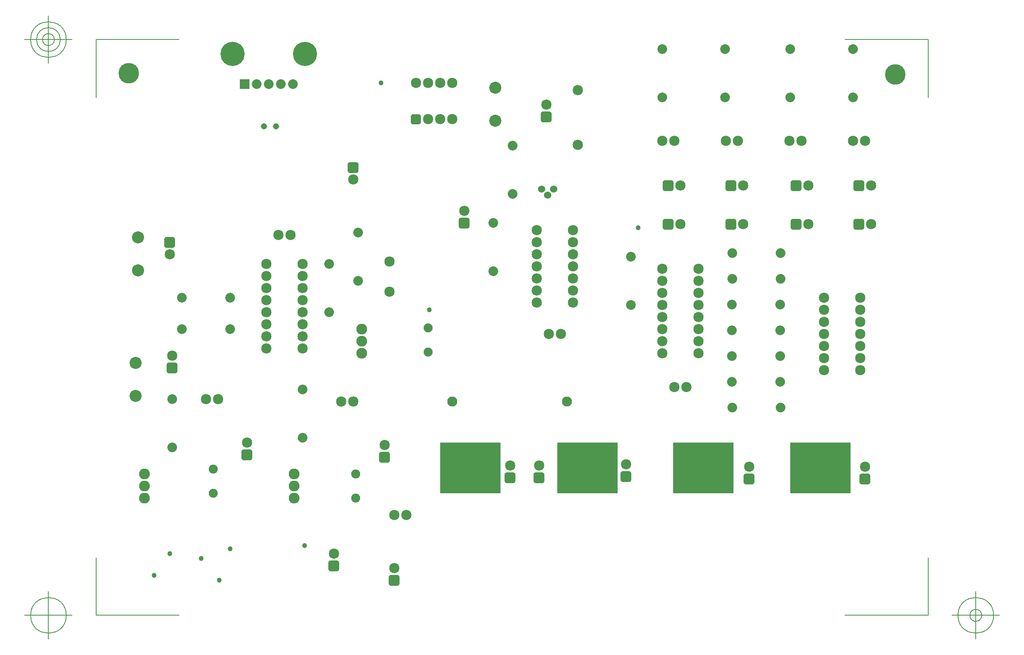
<source format=gbr>
G04 Generated by Ultiboard 14.0 *
%FSLAX25Y25*%
%MOIN*%

%ADD10C,0.00001*%
%ADD11C,0.00005*%
%ADD12C,0.00500*%
%ADD13C,0.16971*%
%ADD14C,0.08500*%
%ADD15C,0.08000*%
%ADD16C,0.09000*%
%ADD17C,0.10000*%
%ADD18R,0.05083X0.05083*%
%ADD19C,0.03917*%
%ADD20C,0.06000*%
%ADD21R,0.05167X0.05167*%
%ADD22C,0.03333*%
%ADD23C,0.08334*%
%ADD24C,0.05166*%
%ADD25C,0.20000*%
%ADD26R,0.08000X0.08000*%
%ADD27C,0.07500*%
%ADD28C,0.04037*%


G04 ColorRGB 9900CC for the following layer *
%LNSolder Mask Bottom*%
%LPD*%
G54D10*
G54D11*
G36*
X284000Y100000D02*
X284000Y142000D01*
X334000Y142000D01*
X334000Y100000D01*
X284000Y100000D01*
G37*
G36*
X381000Y100000D02*
X381000Y142000D01*
X431000Y142000D01*
X431000Y100000D01*
X381000Y100000D01*
G37*
G36*
X477000Y100000D02*
X477000Y142000D01*
X527000Y142000D01*
X527000Y100000D01*
X477000Y100000D01*
G37*
G36*
X574000Y100000D02*
X574000Y142000D01*
X624000Y142000D01*
X624000Y100000D01*
X574000Y100000D01*
G37*
G54D12*
X-1000Y-1000D02*
X-1000Y46700D01*
X-1000Y-1000D02*
X67950Y-1000D01*
X688500Y-1000D02*
X619550Y-1000D01*
X688500Y-1000D02*
X688500Y46700D01*
X688500Y476000D02*
X688500Y428300D01*
X688500Y476000D02*
X619550Y476000D01*
X-1000Y476000D02*
X67950Y476000D01*
X-1000Y476000D02*
X-1000Y428300D01*
X-20685Y-1000D02*
X-60055Y-1000D01*
X-40370Y-20685D02*
X-40370Y18685D01*
X-55134Y-1000D02*
G75*
D01*
G02X-55134Y-1000I14764J0*
G01*
X708185Y-1000D02*
X747555Y-1000D01*
X727870Y-20685D02*
X727870Y18685D01*
X713106Y-1000D02*
G75*
D01*
G02X713106Y-1000I14764J0*
G01*
X722949Y-1000D02*
G75*
D01*
G02X722949Y-1000I4921J0*
G01*
X-20685Y476000D02*
X-60055Y476000D01*
X-40370Y456315D02*
X-40370Y495685D01*
X-55134Y476000D02*
G75*
D01*
G02X-55134Y476000I14764J0*
G01*
X-50213Y476000D02*
G75*
D01*
G02X-50213Y476000I9843J0*
G01*
X-45291Y476000D02*
G75*
D01*
G02X-45291Y476000I4921J0*
G01*
G54D13*
X26000Y448000D03*
X661000Y447000D03*
G54D14*
X90000Y178000D03*
X100000Y178000D03*
X62000Y214000D03*
X140000Y220000D03*
X170000Y220000D03*
X140000Y230000D03*
X170000Y230000D03*
X140000Y240000D03*
X170000Y240000D03*
X140000Y250000D03*
X170000Y250000D03*
X140000Y260000D03*
X170000Y260000D03*
X140000Y270000D03*
X170000Y270000D03*
X140000Y280000D03*
X170000Y280000D03*
X140000Y290000D03*
X170000Y290000D03*
X160000Y314000D03*
X150000Y314000D03*
X202000Y176000D03*
X212000Y176000D03*
X242000Y267000D03*
X242000Y292000D03*
X60000Y298000D03*
X372000Y422000D03*
X468000Y216000D03*
X498000Y216000D03*
X468000Y226000D03*
X498000Y226000D03*
X468000Y236000D03*
X498000Y236000D03*
X468000Y246000D03*
X498000Y246000D03*
X468000Y256000D03*
X498000Y256000D03*
X468000Y266000D03*
X498000Y266000D03*
X468000Y276000D03*
X498000Y276000D03*
X468000Y286000D03*
X498000Y286000D03*
X488000Y188000D03*
X478000Y188000D03*
X196000Y50000D03*
X535000Y323000D03*
X589000Y323000D03*
X641000Y323000D03*
X274000Y410000D03*
X284000Y410000D03*
X294000Y410000D03*
X264000Y440000D03*
X274000Y440000D03*
X284000Y440000D03*
X294000Y440000D03*
X641000Y355000D03*
X483000Y355000D03*
X438000Y124000D03*
X540000Y122000D03*
X636000Y122000D03*
X602000Y202000D03*
X632000Y202000D03*
X602000Y212000D03*
X632000Y212000D03*
X602000Y222000D03*
X632000Y222000D03*
X602000Y232000D03*
X632000Y232000D03*
X602000Y242000D03*
X632000Y242000D03*
X602000Y252000D03*
X632000Y252000D03*
X602000Y262000D03*
X632000Y262000D03*
X246000Y82000D03*
X256000Y82000D03*
X535000Y355000D03*
X520667Y392000D03*
X530667Y392000D03*
X468000Y392000D03*
X478000Y392000D03*
X573333Y392000D03*
X583333Y392000D03*
X626000Y392000D03*
X636000Y392000D03*
X589000Y355000D03*
X304000Y334000D03*
X483000Y323000D03*
X124000Y142000D03*
X238000Y140000D03*
X246000Y38000D03*
X384000Y232000D03*
X374000Y232000D03*
X364000Y258000D03*
X394000Y258000D03*
X364000Y268000D03*
X394000Y268000D03*
X364000Y278000D03*
X394000Y278000D03*
X364000Y288000D03*
X394000Y288000D03*
X364000Y298000D03*
X394000Y298000D03*
X364000Y308000D03*
X394000Y308000D03*
X364000Y318000D03*
X394000Y318000D03*
X398000Y388724D03*
X398000Y434000D03*
X212000Y360000D03*
X342000Y123000D03*
X366000Y123000D03*
G54D15*
X62000Y178000D03*
X62000Y138000D03*
X110000Y236000D03*
X70000Y236000D03*
X110000Y262000D03*
X70000Y262000D03*
X192000Y290000D03*
X192000Y250000D03*
X170000Y186000D03*
X170000Y146000D03*
X216000Y276000D03*
X216000Y316000D03*
X626000Y428000D03*
X626000Y468000D03*
X468000Y428000D03*
X468000Y468000D03*
X344000Y348000D03*
X344000Y388000D03*
X442000Y296000D03*
X442000Y256000D03*
X566000Y298980D03*
X526000Y298980D03*
X565714Y256323D03*
X525714Y256323D03*
X565714Y234994D03*
X525714Y234994D03*
X565714Y213666D03*
X525714Y213666D03*
X566000Y171009D03*
X526000Y171009D03*
X328000Y324000D03*
X328000Y284000D03*
X566000Y277651D03*
X526000Y277651D03*
X520000Y428000D03*
X520000Y468000D03*
X574000Y428000D03*
X574000Y468000D03*
X132000Y439000D03*
X142000Y439000D03*
X152000Y439000D03*
X162000Y439000D03*
X565714Y192337D03*
X525714Y192337D03*
G54D16*
X39000Y106000D03*
X39000Y116000D03*
X39000Y96000D03*
X219000Y236000D03*
X219000Y226000D03*
X219000Y216000D03*
X163000Y106000D03*
X163000Y116000D03*
X163000Y96000D03*
G54D17*
X31800Y208000D03*
X31800Y180900D03*
X33800Y312000D03*
X33800Y284900D03*
X329800Y436000D03*
X329800Y408900D03*
G54D18*
X62000Y204000D03*
X60000Y308000D03*
X372000Y412000D03*
X196000Y40000D03*
X525000Y323000D03*
X579000Y323000D03*
X631000Y323000D03*
X631000Y355000D03*
X473000Y355000D03*
X438000Y114000D03*
X540000Y112000D03*
X636000Y112000D03*
X525000Y355000D03*
X579000Y355000D03*
X304000Y324000D03*
X473000Y323000D03*
X124000Y132000D03*
X238000Y130000D03*
X246000Y28000D03*
X212000Y370000D03*
X342000Y113000D03*
X366000Y113000D03*
G54D19*
X59459Y201459D02*
X64541Y201459D01*
X64541Y206541D01*
X59459Y206541D01*
X59459Y201459D01*D02*
X57459Y305459D02*
X62541Y305459D01*
X62541Y310541D01*
X57459Y310541D01*
X57459Y305459D01*D02*
X369459Y409459D02*
X374541Y409459D01*
X374541Y414541D01*
X369459Y414541D01*
X369459Y409459D01*D02*
X193459Y37459D02*
X198541Y37459D01*
X198541Y42541D01*
X193459Y42541D01*
X193459Y37459D01*D02*
X522459Y320459D02*
X527541Y320459D01*
X527541Y325541D01*
X522459Y325541D01*
X522459Y320459D01*D02*
X576459Y320459D02*
X581541Y320459D01*
X581541Y325541D01*
X576459Y325541D01*
X576459Y320459D01*D02*
X628459Y320459D02*
X633541Y320459D01*
X633541Y325541D01*
X628459Y325541D01*
X628459Y320459D01*D02*
X628459Y352459D02*
X633541Y352459D01*
X633541Y357541D01*
X628459Y357541D01*
X628459Y352459D01*D02*
X470459Y352459D02*
X475541Y352459D01*
X475541Y357541D01*
X470459Y357541D01*
X470459Y352459D01*D02*
X435459Y111459D02*
X440541Y111459D01*
X440541Y116541D01*
X435459Y116541D01*
X435459Y111459D01*D02*
X537459Y109459D02*
X542541Y109459D01*
X542541Y114541D01*
X537459Y114541D01*
X537459Y109459D01*D02*
X633459Y109459D02*
X638541Y109459D01*
X638541Y114541D01*
X633459Y114541D01*
X633459Y109459D01*D02*
X522459Y352459D02*
X527541Y352459D01*
X527541Y357541D01*
X522459Y357541D01*
X522459Y352459D01*D02*
X576459Y352459D02*
X581541Y352459D01*
X581541Y357541D01*
X576459Y357541D01*
X576459Y352459D01*D02*
X301459Y321459D02*
X306541Y321459D01*
X306541Y326541D01*
X301459Y326541D01*
X301459Y321459D01*D02*
X470459Y320459D02*
X475541Y320459D01*
X475541Y325541D01*
X470459Y325541D01*
X470459Y320459D01*D02*
X121459Y129459D02*
X126541Y129459D01*
X126541Y134541D01*
X121459Y134541D01*
X121459Y129459D01*D02*
X235459Y127459D02*
X240541Y127459D01*
X240541Y132541D01*
X235459Y132541D01*
X235459Y127459D01*D02*
X243459Y25459D02*
X248541Y25459D01*
X248541Y30541D01*
X243459Y30541D01*
X243459Y25459D01*D02*
X209459Y367459D02*
X214541Y367459D01*
X214541Y372541D01*
X209459Y372541D01*
X209459Y367459D01*D02*
X339459Y110459D02*
X344541Y110459D01*
X344541Y115541D01*
X339459Y115541D01*
X339459Y110459D01*D02*
X363459Y110459D02*
X368541Y110459D01*
X368541Y115541D01*
X363459Y115541D01*
X363459Y110459D01*D02*
G54D20*
X373000Y347000D03*
X368000Y352000D03*
X378000Y352000D03*
G54D21*
X264000Y410000D03*
G54D22*
X261417Y407417D02*
X266583Y407417D01*
X266583Y412583D01*
X261417Y412583D01*
X261417Y407417D01*D02*
G54D23*
X389000Y176000D03*
X294000Y176000D03*
G54D24*
X138000Y404000D03*
X148000Y404000D03*
G54D25*
X172000Y464000D03*
X112000Y464000D03*
G54D26*
X122000Y439000D03*
G54D27*
X96000Y120000D03*
X214000Y116000D03*
X214000Y96000D03*
X96000Y100000D03*
X274000Y217000D03*
X274000Y237000D03*
G54D28*
X110000Y54000D03*
X60000Y50000D03*
X86000Y46000D03*
X101000Y28000D03*
X171900Y56700D03*
X448000Y320000D03*
X235000Y440000D03*
X47000Y32000D03*
X275000Y252000D03*

M02*

</source>
